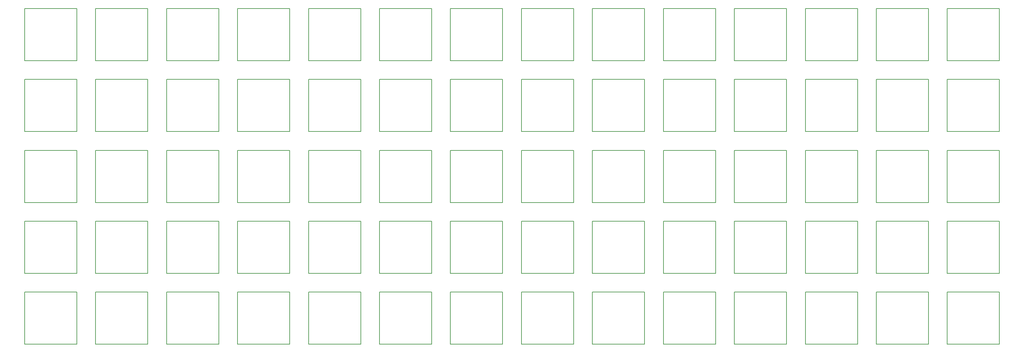
<source format=gbr>
G04 #@! TF.FileFunction,Other,ECO2*
%FSLAX46Y46*%
G04 Gerber Fmt 4.6, Leading zero omitted, Abs format (unit mm)*
G04 Created by KiCad (PCBNEW 4.0.1-stable) date 4/18/2016 2:15:21 AM*
%MOMM*%
G01*
G04 APERTURE LIST*
%ADD10C,0.100000*%
%ADD11C,0.152400*%
G04 APERTURE END LIST*
D10*
D11*
X205015000Y-53015000D02*
X218985000Y-53015000D01*
X218985000Y-53015000D02*
X218985000Y-66985000D01*
X218985000Y-66985000D02*
X205015000Y-66985000D01*
X205015000Y-66985000D02*
X205015000Y-53015000D01*
X224015000Y-34015000D02*
X237985000Y-34015000D01*
X237985000Y-34015000D02*
X237985000Y-47985000D01*
X237985000Y-47985000D02*
X224015000Y-47985000D01*
X224015000Y-47985000D02*
X224015000Y-34015000D01*
X262015000Y-53015000D02*
X275985000Y-53015000D01*
X275985000Y-53015000D02*
X275985000Y-66985000D01*
X275985000Y-66985000D02*
X262015000Y-66985000D01*
X262015000Y-66985000D02*
X262015000Y-53015000D01*
X262015000Y-15015000D02*
X275985000Y-15015000D01*
X275985000Y-15015000D02*
X275985000Y-28985000D01*
X275985000Y-28985000D02*
X262015000Y-28985000D01*
X262015000Y-28985000D02*
X262015000Y-15015000D01*
X262015000Y-72015000D02*
X275985000Y-72015000D01*
X275985000Y-72015000D02*
X275985000Y-85985000D01*
X275985000Y-85985000D02*
X262015000Y-85985000D01*
X262015000Y-85985000D02*
X262015000Y-72015000D01*
X262015000Y-91015000D02*
X275985000Y-91015000D01*
X275985000Y-91015000D02*
X275985000Y-104985000D01*
X275985000Y-104985000D02*
X262015000Y-104985000D01*
X262015000Y-104985000D02*
X262015000Y-91015000D01*
X262015000Y-34015000D02*
X275985000Y-34015000D01*
X275985000Y-34015000D02*
X275985000Y-47985000D01*
X275985000Y-47985000D02*
X262015000Y-47985000D01*
X262015000Y-47985000D02*
X262015000Y-34015000D01*
X224015000Y-53015000D02*
X237985000Y-53015000D01*
X237985000Y-53015000D02*
X237985000Y-66985000D01*
X237985000Y-66985000D02*
X224015000Y-66985000D01*
X224015000Y-66985000D02*
X224015000Y-53015000D01*
X224015000Y-72015000D02*
X237985000Y-72015000D01*
X237985000Y-72015000D02*
X237985000Y-85985000D01*
X237985000Y-85985000D02*
X224015000Y-85985000D01*
X224015000Y-85985000D02*
X224015000Y-72015000D01*
X224015000Y-91015000D02*
X237985000Y-91015000D01*
X237985000Y-91015000D02*
X237985000Y-104985000D01*
X237985000Y-104985000D02*
X224015000Y-104985000D01*
X224015000Y-104985000D02*
X224015000Y-91015000D01*
X243015000Y-34015000D02*
X256985000Y-34015000D01*
X256985000Y-34015000D02*
X256985000Y-47985000D01*
X256985000Y-47985000D02*
X243015000Y-47985000D01*
X243015000Y-47985000D02*
X243015000Y-34015000D01*
X243015000Y-91015000D02*
X256985000Y-91015000D01*
X256985000Y-91015000D02*
X256985000Y-104985000D01*
X256985000Y-104985000D02*
X243015000Y-104985000D01*
X243015000Y-104985000D02*
X243015000Y-91015000D01*
X243015000Y-72015000D02*
X256985000Y-72015000D01*
X256985000Y-72015000D02*
X256985000Y-85985000D01*
X256985000Y-85985000D02*
X243015000Y-85985000D01*
X243015000Y-85985000D02*
X243015000Y-72015000D01*
X243015000Y-15015000D02*
X256985000Y-15015000D01*
X256985000Y-15015000D02*
X256985000Y-28985000D01*
X256985000Y-28985000D02*
X243015000Y-28985000D01*
X243015000Y-28985000D02*
X243015000Y-15015000D01*
X243015000Y-53015000D02*
X256985000Y-53015000D01*
X256985000Y-53015000D02*
X256985000Y-66985000D01*
X256985000Y-66985000D02*
X243015000Y-66985000D01*
X243015000Y-66985000D02*
X243015000Y-53015000D01*
X224015000Y-15015000D02*
X237985000Y-15015000D01*
X237985000Y-15015000D02*
X237985000Y-28985000D01*
X237985000Y-28985000D02*
X224015000Y-28985000D01*
X224015000Y-28985000D02*
X224015000Y-15015000D01*
X110015000Y-53015000D02*
X123985000Y-53015000D01*
X123985000Y-53015000D02*
X123985000Y-66985000D01*
X123985000Y-66985000D02*
X110015000Y-66985000D01*
X110015000Y-66985000D02*
X110015000Y-53015000D01*
X110015000Y-15015000D02*
X123985000Y-15015000D01*
X123985000Y-15015000D02*
X123985000Y-28985000D01*
X123985000Y-28985000D02*
X110015000Y-28985000D01*
X110015000Y-28985000D02*
X110015000Y-15015000D01*
X110015000Y-72015000D02*
X123985000Y-72015000D01*
X123985000Y-72015000D02*
X123985000Y-85985000D01*
X123985000Y-85985000D02*
X110015000Y-85985000D01*
X110015000Y-85985000D02*
X110015000Y-72015000D01*
X123985000Y-91015000D02*
X123985000Y-104985000D01*
X123985000Y-104985000D02*
X110015000Y-104985000D01*
X110015000Y-104985000D02*
X110015000Y-91015000D01*
X110015000Y-91015000D02*
X123985000Y-91015000D01*
X110015000Y-34015000D02*
X123985000Y-34015000D01*
X123985000Y-34015000D02*
X123985000Y-47985000D01*
X123985000Y-47985000D02*
X110015000Y-47985000D01*
X110015000Y-47985000D02*
X110015000Y-34015000D01*
X129015000Y-34015000D02*
X142985000Y-34015000D01*
X142985000Y-34015000D02*
X142985000Y-47985000D01*
X142985000Y-47985000D02*
X129015000Y-47985000D01*
X129015000Y-47985000D02*
X129015000Y-34015000D01*
X129015000Y-91015000D02*
X142985000Y-91015000D01*
X142985000Y-91015000D02*
X142985000Y-104985000D01*
X142985000Y-104985000D02*
X129015000Y-104985000D01*
X129015000Y-104985000D02*
X129015000Y-91015000D01*
X129015000Y-72015000D02*
X142985000Y-72015000D01*
X142985000Y-72015000D02*
X142985000Y-85985000D01*
X142985000Y-85985000D02*
X129015000Y-85985000D01*
X129015000Y-85985000D02*
X129015000Y-72015000D01*
X148015000Y-15015000D02*
X161985000Y-15015000D01*
X161985000Y-15015000D02*
X161985000Y-28985000D01*
X161985000Y-28985000D02*
X148015000Y-28985000D01*
X148015000Y-28985000D02*
X148015000Y-15015000D01*
X129015000Y-15015000D02*
X142985000Y-15015000D01*
X142985000Y-15015000D02*
X142985000Y-28985000D01*
X142985000Y-28985000D02*
X129015000Y-28985000D01*
X129015000Y-28985000D02*
X129015000Y-15015000D01*
X148015000Y-34015000D02*
X161985000Y-34015000D01*
X161985000Y-34015000D02*
X161985000Y-47985000D01*
X161985000Y-47985000D02*
X148015000Y-47985000D01*
X148015000Y-47985000D02*
X148015000Y-34015000D01*
X129015000Y-53015000D02*
X142985000Y-53015000D01*
X142985000Y-53015000D02*
X142985000Y-66985000D01*
X142985000Y-66985000D02*
X129015000Y-66985000D01*
X129015000Y-66985000D02*
X129015000Y-53015000D01*
X167015000Y-34015000D02*
X180985000Y-34015000D01*
X180985000Y-34015000D02*
X180985000Y-47985000D01*
X180985000Y-47985000D02*
X167015000Y-47985000D01*
X167015000Y-47985000D02*
X167015000Y-34015000D01*
X167015000Y-15015000D02*
X180985000Y-15015000D01*
X180985000Y-15015000D02*
X180985000Y-28985000D01*
X180985000Y-28985000D02*
X167015000Y-28985000D01*
X167015000Y-28985000D02*
X167015000Y-15015000D01*
X186015000Y-34015000D02*
X199985000Y-34015000D01*
X199985000Y-34015000D02*
X199985000Y-47985000D01*
X199985000Y-47985000D02*
X186015000Y-47985000D01*
X186015000Y-47985000D02*
X186015000Y-34015000D01*
X186015000Y-15015000D02*
X199985000Y-15015000D01*
X199985000Y-15015000D02*
X199985000Y-28985000D01*
X199985000Y-28985000D02*
X186015000Y-28985000D01*
X186015000Y-28985000D02*
X186015000Y-15015000D01*
X205015000Y-15015000D02*
X218985000Y-15015000D01*
X218985000Y-15015000D02*
X218985000Y-28985000D01*
X218985000Y-28985000D02*
X205015000Y-28985000D01*
X205015000Y-28985000D02*
X205015000Y-15015000D01*
X205015000Y-72015000D02*
X218985000Y-72015000D01*
X218985000Y-72015000D02*
X218985000Y-85985000D01*
X218985000Y-85985000D02*
X205015000Y-85985000D01*
X205015000Y-85985000D02*
X205015000Y-72015000D01*
X205015000Y-91015000D02*
X218985000Y-91015000D01*
X218985000Y-91015000D02*
X218985000Y-104985000D01*
X218985000Y-104985000D02*
X205015000Y-104985000D01*
X205015000Y-104985000D02*
X205015000Y-91015000D01*
X205015000Y-34015000D02*
X218985000Y-34015000D01*
X218985000Y-34015000D02*
X218985000Y-47985000D01*
X218985000Y-47985000D02*
X205015000Y-47985000D01*
X205015000Y-47985000D02*
X205015000Y-34015000D01*
X148015000Y-53015000D02*
X161985000Y-53015000D01*
X161985000Y-53015000D02*
X161985000Y-66985000D01*
X161985000Y-66985000D02*
X148015000Y-66985000D01*
X148015000Y-66985000D02*
X148015000Y-53015000D01*
X148015000Y-72015000D02*
X161985000Y-72015000D01*
X161985000Y-72015000D02*
X161985000Y-85985000D01*
X161985000Y-85985000D02*
X148015000Y-85985000D01*
X148015000Y-85985000D02*
X148015000Y-72015000D01*
X148015000Y-91015000D02*
X161985000Y-91015000D01*
X161985000Y-91015000D02*
X161985000Y-104985000D01*
X161985000Y-104985000D02*
X148015000Y-104985000D01*
X148015000Y-104985000D02*
X148015000Y-91015000D01*
X186015000Y-91015000D02*
X199985000Y-91015000D01*
X199985000Y-91015000D02*
X199985000Y-104985000D01*
X199985000Y-104985000D02*
X186015000Y-104985000D01*
X186015000Y-104985000D02*
X186015000Y-91015000D01*
X186015000Y-72015000D02*
X199985000Y-72015000D01*
X199985000Y-72015000D02*
X199985000Y-85985000D01*
X199985000Y-85985000D02*
X186015000Y-85985000D01*
X186015000Y-85985000D02*
X186015000Y-72015000D01*
X186015000Y-53015000D02*
X199985000Y-53015000D01*
X199985000Y-53015000D02*
X199985000Y-66985000D01*
X199985000Y-66985000D02*
X186015000Y-66985000D01*
X186015000Y-66985000D02*
X186015000Y-53015000D01*
X167015000Y-53015000D02*
X180985000Y-53015000D01*
X180985000Y-53015000D02*
X180985000Y-66985000D01*
X180985000Y-66985000D02*
X167015000Y-66985000D01*
X167015000Y-66985000D02*
X167015000Y-53015000D01*
X167015000Y-72015000D02*
X180985000Y-72015000D01*
X180985000Y-72015000D02*
X180985000Y-85985000D01*
X180985000Y-85985000D02*
X167015000Y-85985000D01*
X167015000Y-85985000D02*
X167015000Y-72015000D01*
X167015000Y-104985000D02*
X167015000Y-91015000D01*
X167015000Y-91015000D02*
X180985000Y-91015000D01*
X180985000Y-91015000D02*
X180985000Y-104985000D01*
X180985000Y-104985000D02*
X167015000Y-104985000D01*
X53015000Y-91015000D02*
X66985000Y-91015000D01*
X66985000Y-91015000D02*
X66985000Y-104985000D01*
X66985000Y-104985000D02*
X53015000Y-104985000D01*
X53015000Y-104985000D02*
X53015000Y-91015000D01*
X53015000Y-72015000D02*
X66985000Y-72015000D01*
X66985000Y-72015000D02*
X66985000Y-85985000D01*
X66985000Y-85985000D02*
X53015000Y-85985000D01*
X53015000Y-85985000D02*
X53015000Y-72015000D01*
X53015000Y-53015000D02*
X66985000Y-53015000D01*
X66985000Y-53015000D02*
X66985000Y-66985000D01*
X66985000Y-66985000D02*
X53015000Y-66985000D01*
X53015000Y-66985000D02*
X53015000Y-53015000D01*
X72015000Y-53015000D02*
X85985000Y-53015000D01*
X85985000Y-53015000D02*
X85985000Y-66985000D01*
X85985000Y-66985000D02*
X72015000Y-66985000D01*
X72015000Y-66985000D02*
X72015000Y-53015000D01*
X72015000Y-72015000D02*
X85985000Y-72015000D01*
X85985000Y-72015000D02*
X85985000Y-85985000D01*
X85985000Y-85985000D02*
X72015000Y-85985000D01*
X72015000Y-85985000D02*
X72015000Y-72015000D01*
X72015000Y-91015000D02*
X85985000Y-91015000D01*
X85985000Y-91015000D02*
X85985000Y-104985000D01*
X85985000Y-104985000D02*
X72015000Y-104985000D01*
X72015000Y-104985000D02*
X72015000Y-91015000D01*
X34015000Y-91015000D02*
X47985000Y-91015000D01*
X47985000Y-91015000D02*
X47985000Y-104985000D01*
X47985000Y-104985000D02*
X34015000Y-104985000D01*
X34015000Y-104985000D02*
X34015000Y-91015000D01*
X34015000Y-72015000D02*
X47985000Y-72015000D01*
X47985000Y-72015000D02*
X47985000Y-85985000D01*
X47985000Y-85985000D02*
X34015000Y-85985000D01*
X34015000Y-85985000D02*
X34015000Y-72015000D01*
X34015000Y-53015000D02*
X47985000Y-53015000D01*
X47985000Y-53015000D02*
X47985000Y-66985000D01*
X47985000Y-66985000D02*
X34015000Y-66985000D01*
X34015000Y-66985000D02*
X34015000Y-53015000D01*
X91015000Y-34015000D02*
X104985000Y-34015000D01*
X104985000Y-34015000D02*
X104985000Y-47985000D01*
X104985000Y-47985000D02*
X91015000Y-47985000D01*
X91015000Y-47985000D02*
X91015000Y-34015000D01*
X91015000Y-91015000D02*
X104985000Y-91015000D01*
X104985000Y-91015000D02*
X104985000Y-104985000D01*
X104985000Y-104985000D02*
X91015000Y-104985000D01*
X91015000Y-104985000D02*
X91015000Y-91015000D01*
X91015000Y-72015000D02*
X104985000Y-72015000D01*
X104985000Y-72015000D02*
X104985000Y-85985000D01*
X104985000Y-85985000D02*
X91015000Y-85985000D01*
X91015000Y-85985000D02*
X91015000Y-72015000D01*
X91015000Y-15015000D02*
X104985000Y-15015000D01*
X104985000Y-15015000D02*
X104985000Y-28985000D01*
X104985000Y-28985000D02*
X91015000Y-28985000D01*
X91015000Y-28985000D02*
X91015000Y-15015000D01*
X91015000Y-53015000D02*
X104985000Y-53015000D01*
X104985000Y-53015000D02*
X104985000Y-66985000D01*
X104985000Y-66985000D02*
X91015000Y-66985000D01*
X91015000Y-66985000D02*
X91015000Y-53015000D01*
X72015000Y-15015000D02*
X85985000Y-15015000D01*
X85985000Y-15015000D02*
X85985000Y-28985000D01*
X85985000Y-28985000D02*
X72015000Y-28985000D01*
X72015000Y-28985000D02*
X72015000Y-15015000D01*
X72015000Y-34015000D02*
X85985000Y-34015000D01*
X85985000Y-34015000D02*
X85985000Y-47985000D01*
X85985000Y-47985000D02*
X72015000Y-47985000D01*
X72015000Y-47985000D02*
X72015000Y-34015000D01*
X53015000Y-15015000D02*
X66985000Y-15015000D01*
X66985000Y-15015000D02*
X66985000Y-28985000D01*
X66985000Y-28985000D02*
X53015000Y-28985000D01*
X53015000Y-28985000D02*
X53015000Y-15015000D01*
X53015000Y-34015000D02*
X66985000Y-34015000D01*
X66985000Y-34015000D02*
X66985000Y-47985000D01*
X66985000Y-47985000D02*
X53015000Y-47985000D01*
X53015000Y-47985000D02*
X53015000Y-34015000D01*
X15015000Y-53015000D02*
X28985000Y-53015000D01*
X28985000Y-53015000D02*
X28985000Y-66985000D01*
X28985000Y-66985000D02*
X15015000Y-66985000D01*
X15015000Y-66985000D02*
X15015000Y-53015000D01*
X34015000Y-34015000D02*
X47985000Y-34015000D01*
X47985000Y-34015000D02*
X47985000Y-47985000D01*
X47985000Y-47985000D02*
X34015000Y-47985000D01*
X34015000Y-47985000D02*
X34015000Y-34015000D01*
X15015000Y-15015000D02*
X28985000Y-15015000D01*
X28985000Y-15015000D02*
X28985000Y-28985000D01*
X28985000Y-28985000D02*
X15015000Y-28985000D01*
X15015000Y-28985000D02*
X15015000Y-15015000D01*
X34015000Y-15015000D02*
X47985000Y-15015000D01*
X47985000Y-15015000D02*
X47985000Y-28985000D01*
X47985000Y-28985000D02*
X34015000Y-28985000D01*
X34015000Y-28985000D02*
X34015000Y-15015000D01*
X15015000Y-72015000D02*
X28985000Y-72015000D01*
X28985000Y-72015000D02*
X28985000Y-85985000D01*
X28985000Y-85985000D02*
X15015000Y-85985000D01*
X15015000Y-85985000D02*
X15015000Y-72015000D01*
X15015000Y-91015000D02*
X28985000Y-91015000D01*
X28985000Y-91015000D02*
X28985000Y-104985000D01*
X28985000Y-104985000D02*
X15015000Y-104985000D01*
X15015000Y-104985000D02*
X15015000Y-91015000D01*
X15015000Y-34015000D02*
X28985000Y-34015000D01*
X28985000Y-34015000D02*
X28985000Y-47985000D01*
X28985000Y-47985000D02*
X15015000Y-47985000D01*
X15015000Y-47985000D02*
X15015000Y-34015000D01*
M02*

</source>
